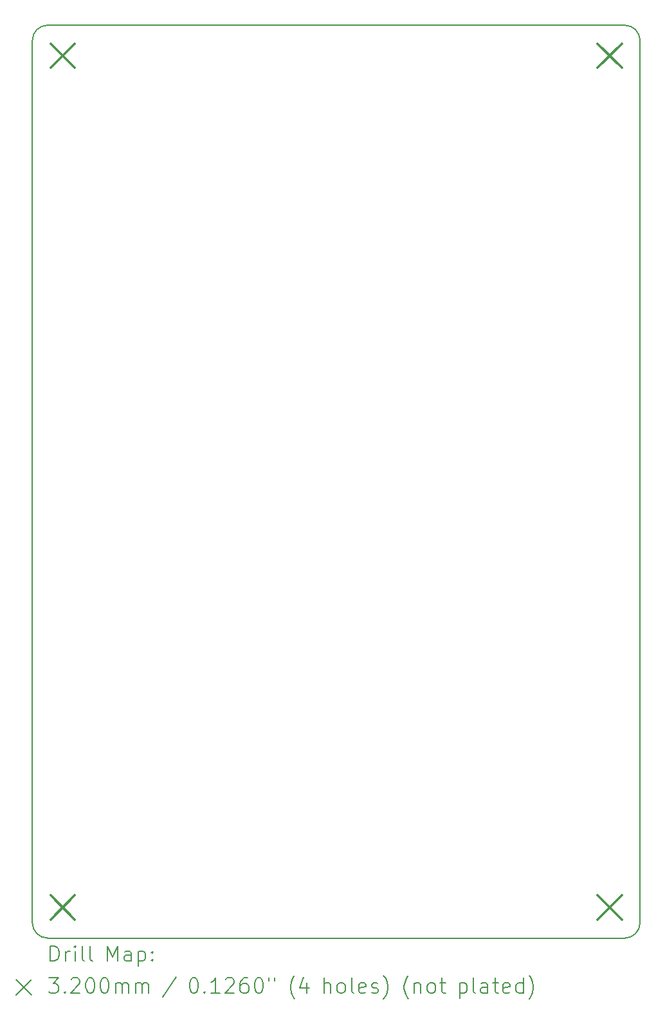
<source format=gbr>
%TF.GenerationSoftware,KiCad,Pcbnew,(7.0.0)*%
%TF.CreationDate,2023-04-22T11:09:56+02:00*%
%TF.ProjectId,PCB KiCad,50434220-4b69-4436-9164-2e6b69636164,rev?*%
%TF.SameCoordinates,Original*%
%TF.FileFunction,Drillmap*%
%TF.FilePolarity,Positive*%
%FSLAX45Y45*%
G04 Gerber Fmt 4.5, Leading zero omitted, Abs format (unit mm)*
G04 Created by KiCad (PCBNEW (7.0.0)) date 2023-04-22 11:09:56*
%MOMM*%
%LPD*%
G01*
G04 APERTURE LIST*
%ADD10C,0.200000*%
%ADD11C,0.320000*%
G04 APERTURE END LIST*
D10*
X4300000Y-3000000D02*
X4300000Y-14600000D01*
X12300000Y-14600000D02*
X12300000Y-3000000D01*
X12100000Y-14800000D02*
G75*
G03*
X12300000Y-14600000I0J200000D01*
G01*
X12300000Y-3000000D02*
G75*
G03*
X12100000Y-2800000I-200000J0D01*
G01*
X4500000Y-2800000D02*
G75*
G03*
X4300000Y-3000000I0J-200000D01*
G01*
X4500000Y-14800000D02*
X12100000Y-14800000D01*
X4300000Y-14600000D02*
G75*
G03*
X4500000Y-14800000I200000J0D01*
G01*
X12100000Y-2800000D02*
X4500000Y-2800000D01*
D11*
X4540000Y-3040000D02*
X4860000Y-3360000D01*
X4860000Y-3040000D02*
X4540000Y-3360000D01*
X4540000Y-14240000D02*
X4860000Y-14560000D01*
X4860000Y-14240000D02*
X4540000Y-14560000D01*
X11740000Y-3040000D02*
X12060000Y-3360000D01*
X12060000Y-3040000D02*
X11740000Y-3360000D01*
X11740000Y-14240000D02*
X12060000Y-14560000D01*
X12060000Y-14240000D02*
X11740000Y-14560000D01*
D10*
X4537619Y-15103476D02*
X4537619Y-14903476D01*
X4537619Y-14903476D02*
X4585238Y-14903476D01*
X4585238Y-14903476D02*
X4613810Y-14913000D01*
X4613810Y-14913000D02*
X4632857Y-14932048D01*
X4632857Y-14932048D02*
X4642381Y-14951095D01*
X4642381Y-14951095D02*
X4651905Y-14989190D01*
X4651905Y-14989190D02*
X4651905Y-15017762D01*
X4651905Y-15017762D02*
X4642381Y-15055857D01*
X4642381Y-15055857D02*
X4632857Y-15074905D01*
X4632857Y-15074905D02*
X4613810Y-15093952D01*
X4613810Y-15093952D02*
X4585238Y-15103476D01*
X4585238Y-15103476D02*
X4537619Y-15103476D01*
X4737619Y-15103476D02*
X4737619Y-14970143D01*
X4737619Y-15008238D02*
X4747143Y-14989190D01*
X4747143Y-14989190D02*
X4756667Y-14979667D01*
X4756667Y-14979667D02*
X4775714Y-14970143D01*
X4775714Y-14970143D02*
X4794762Y-14970143D01*
X4861429Y-15103476D02*
X4861429Y-14970143D01*
X4861429Y-14903476D02*
X4851905Y-14913000D01*
X4851905Y-14913000D02*
X4861429Y-14922524D01*
X4861429Y-14922524D02*
X4870952Y-14913000D01*
X4870952Y-14913000D02*
X4861429Y-14903476D01*
X4861429Y-14903476D02*
X4861429Y-14922524D01*
X4985238Y-15103476D02*
X4966191Y-15093952D01*
X4966191Y-15093952D02*
X4956667Y-15074905D01*
X4956667Y-15074905D02*
X4956667Y-14903476D01*
X5090000Y-15103476D02*
X5070952Y-15093952D01*
X5070952Y-15093952D02*
X5061429Y-15074905D01*
X5061429Y-15074905D02*
X5061429Y-14903476D01*
X5286191Y-15103476D02*
X5286191Y-14903476D01*
X5286191Y-14903476D02*
X5352857Y-15046333D01*
X5352857Y-15046333D02*
X5419524Y-14903476D01*
X5419524Y-14903476D02*
X5419524Y-15103476D01*
X5600476Y-15103476D02*
X5600476Y-14998714D01*
X5600476Y-14998714D02*
X5590952Y-14979667D01*
X5590952Y-14979667D02*
X5571905Y-14970143D01*
X5571905Y-14970143D02*
X5533810Y-14970143D01*
X5533810Y-14970143D02*
X5514762Y-14979667D01*
X5600476Y-15093952D02*
X5581429Y-15103476D01*
X5581429Y-15103476D02*
X5533810Y-15103476D01*
X5533810Y-15103476D02*
X5514762Y-15093952D01*
X5514762Y-15093952D02*
X5505238Y-15074905D01*
X5505238Y-15074905D02*
X5505238Y-15055857D01*
X5505238Y-15055857D02*
X5514762Y-15036810D01*
X5514762Y-15036810D02*
X5533810Y-15027286D01*
X5533810Y-15027286D02*
X5581429Y-15027286D01*
X5581429Y-15027286D02*
X5600476Y-15017762D01*
X5695714Y-14970143D02*
X5695714Y-15170143D01*
X5695714Y-14979667D02*
X5714762Y-14970143D01*
X5714762Y-14970143D02*
X5752857Y-14970143D01*
X5752857Y-14970143D02*
X5771905Y-14979667D01*
X5771905Y-14979667D02*
X5781429Y-14989190D01*
X5781429Y-14989190D02*
X5790952Y-15008238D01*
X5790952Y-15008238D02*
X5790952Y-15065381D01*
X5790952Y-15065381D02*
X5781429Y-15084429D01*
X5781429Y-15084429D02*
X5771905Y-15093952D01*
X5771905Y-15093952D02*
X5752857Y-15103476D01*
X5752857Y-15103476D02*
X5714762Y-15103476D01*
X5714762Y-15103476D02*
X5695714Y-15093952D01*
X5876667Y-15084429D02*
X5886190Y-15093952D01*
X5886190Y-15093952D02*
X5876667Y-15103476D01*
X5876667Y-15103476D02*
X5867143Y-15093952D01*
X5867143Y-15093952D02*
X5876667Y-15084429D01*
X5876667Y-15084429D02*
X5876667Y-15103476D01*
X5876667Y-14979667D02*
X5886190Y-14989190D01*
X5886190Y-14989190D02*
X5876667Y-14998714D01*
X5876667Y-14998714D02*
X5867143Y-14989190D01*
X5867143Y-14989190D02*
X5876667Y-14979667D01*
X5876667Y-14979667D02*
X5876667Y-14998714D01*
X4090000Y-15350000D02*
X4290000Y-15550000D01*
X4290000Y-15350000D02*
X4090000Y-15550000D01*
X4518572Y-15323476D02*
X4642381Y-15323476D01*
X4642381Y-15323476D02*
X4575714Y-15399667D01*
X4575714Y-15399667D02*
X4604286Y-15399667D01*
X4604286Y-15399667D02*
X4623333Y-15409190D01*
X4623333Y-15409190D02*
X4632857Y-15418714D01*
X4632857Y-15418714D02*
X4642381Y-15437762D01*
X4642381Y-15437762D02*
X4642381Y-15485381D01*
X4642381Y-15485381D02*
X4632857Y-15504429D01*
X4632857Y-15504429D02*
X4623333Y-15513952D01*
X4623333Y-15513952D02*
X4604286Y-15523476D01*
X4604286Y-15523476D02*
X4547143Y-15523476D01*
X4547143Y-15523476D02*
X4528095Y-15513952D01*
X4528095Y-15513952D02*
X4518572Y-15504429D01*
X4728095Y-15504429D02*
X4737619Y-15513952D01*
X4737619Y-15513952D02*
X4728095Y-15523476D01*
X4728095Y-15523476D02*
X4718572Y-15513952D01*
X4718572Y-15513952D02*
X4728095Y-15504429D01*
X4728095Y-15504429D02*
X4728095Y-15523476D01*
X4813810Y-15342524D02*
X4823333Y-15333000D01*
X4823333Y-15333000D02*
X4842381Y-15323476D01*
X4842381Y-15323476D02*
X4890000Y-15323476D01*
X4890000Y-15323476D02*
X4909048Y-15333000D01*
X4909048Y-15333000D02*
X4918572Y-15342524D01*
X4918572Y-15342524D02*
X4928095Y-15361571D01*
X4928095Y-15361571D02*
X4928095Y-15380619D01*
X4928095Y-15380619D02*
X4918572Y-15409190D01*
X4918572Y-15409190D02*
X4804286Y-15523476D01*
X4804286Y-15523476D02*
X4928095Y-15523476D01*
X5051905Y-15323476D02*
X5070953Y-15323476D01*
X5070953Y-15323476D02*
X5090000Y-15333000D01*
X5090000Y-15333000D02*
X5099524Y-15342524D01*
X5099524Y-15342524D02*
X5109048Y-15361571D01*
X5109048Y-15361571D02*
X5118572Y-15399667D01*
X5118572Y-15399667D02*
X5118572Y-15447286D01*
X5118572Y-15447286D02*
X5109048Y-15485381D01*
X5109048Y-15485381D02*
X5099524Y-15504429D01*
X5099524Y-15504429D02*
X5090000Y-15513952D01*
X5090000Y-15513952D02*
X5070953Y-15523476D01*
X5070953Y-15523476D02*
X5051905Y-15523476D01*
X5051905Y-15523476D02*
X5032857Y-15513952D01*
X5032857Y-15513952D02*
X5023333Y-15504429D01*
X5023333Y-15504429D02*
X5013810Y-15485381D01*
X5013810Y-15485381D02*
X5004286Y-15447286D01*
X5004286Y-15447286D02*
X5004286Y-15399667D01*
X5004286Y-15399667D02*
X5013810Y-15361571D01*
X5013810Y-15361571D02*
X5023333Y-15342524D01*
X5023333Y-15342524D02*
X5032857Y-15333000D01*
X5032857Y-15333000D02*
X5051905Y-15323476D01*
X5242381Y-15323476D02*
X5261429Y-15323476D01*
X5261429Y-15323476D02*
X5280476Y-15333000D01*
X5280476Y-15333000D02*
X5290000Y-15342524D01*
X5290000Y-15342524D02*
X5299524Y-15361571D01*
X5299524Y-15361571D02*
X5309048Y-15399667D01*
X5309048Y-15399667D02*
X5309048Y-15447286D01*
X5309048Y-15447286D02*
X5299524Y-15485381D01*
X5299524Y-15485381D02*
X5290000Y-15504429D01*
X5290000Y-15504429D02*
X5280476Y-15513952D01*
X5280476Y-15513952D02*
X5261429Y-15523476D01*
X5261429Y-15523476D02*
X5242381Y-15523476D01*
X5242381Y-15523476D02*
X5223333Y-15513952D01*
X5223333Y-15513952D02*
X5213810Y-15504429D01*
X5213810Y-15504429D02*
X5204286Y-15485381D01*
X5204286Y-15485381D02*
X5194762Y-15447286D01*
X5194762Y-15447286D02*
X5194762Y-15399667D01*
X5194762Y-15399667D02*
X5204286Y-15361571D01*
X5204286Y-15361571D02*
X5213810Y-15342524D01*
X5213810Y-15342524D02*
X5223333Y-15333000D01*
X5223333Y-15333000D02*
X5242381Y-15323476D01*
X5394762Y-15523476D02*
X5394762Y-15390143D01*
X5394762Y-15409190D02*
X5404286Y-15399667D01*
X5404286Y-15399667D02*
X5423333Y-15390143D01*
X5423333Y-15390143D02*
X5451905Y-15390143D01*
X5451905Y-15390143D02*
X5470953Y-15399667D01*
X5470953Y-15399667D02*
X5480476Y-15418714D01*
X5480476Y-15418714D02*
X5480476Y-15523476D01*
X5480476Y-15418714D02*
X5490000Y-15399667D01*
X5490000Y-15399667D02*
X5509048Y-15390143D01*
X5509048Y-15390143D02*
X5537619Y-15390143D01*
X5537619Y-15390143D02*
X5556667Y-15399667D01*
X5556667Y-15399667D02*
X5566191Y-15418714D01*
X5566191Y-15418714D02*
X5566191Y-15523476D01*
X5661429Y-15523476D02*
X5661429Y-15390143D01*
X5661429Y-15409190D02*
X5670952Y-15399667D01*
X5670952Y-15399667D02*
X5690000Y-15390143D01*
X5690000Y-15390143D02*
X5718572Y-15390143D01*
X5718572Y-15390143D02*
X5737619Y-15399667D01*
X5737619Y-15399667D02*
X5747143Y-15418714D01*
X5747143Y-15418714D02*
X5747143Y-15523476D01*
X5747143Y-15418714D02*
X5756667Y-15399667D01*
X5756667Y-15399667D02*
X5775714Y-15390143D01*
X5775714Y-15390143D02*
X5804286Y-15390143D01*
X5804286Y-15390143D02*
X5823333Y-15399667D01*
X5823333Y-15399667D02*
X5832857Y-15418714D01*
X5832857Y-15418714D02*
X5832857Y-15523476D01*
X6190952Y-15313952D02*
X6019524Y-15571095D01*
X6415714Y-15323476D02*
X6434762Y-15323476D01*
X6434762Y-15323476D02*
X6453810Y-15333000D01*
X6453810Y-15333000D02*
X6463333Y-15342524D01*
X6463333Y-15342524D02*
X6472857Y-15361571D01*
X6472857Y-15361571D02*
X6482381Y-15399667D01*
X6482381Y-15399667D02*
X6482381Y-15447286D01*
X6482381Y-15447286D02*
X6472857Y-15485381D01*
X6472857Y-15485381D02*
X6463333Y-15504429D01*
X6463333Y-15504429D02*
X6453810Y-15513952D01*
X6453810Y-15513952D02*
X6434762Y-15523476D01*
X6434762Y-15523476D02*
X6415714Y-15523476D01*
X6415714Y-15523476D02*
X6396667Y-15513952D01*
X6396667Y-15513952D02*
X6387143Y-15504429D01*
X6387143Y-15504429D02*
X6377619Y-15485381D01*
X6377619Y-15485381D02*
X6368095Y-15447286D01*
X6368095Y-15447286D02*
X6368095Y-15399667D01*
X6368095Y-15399667D02*
X6377619Y-15361571D01*
X6377619Y-15361571D02*
X6387143Y-15342524D01*
X6387143Y-15342524D02*
X6396667Y-15333000D01*
X6396667Y-15333000D02*
X6415714Y-15323476D01*
X6568095Y-15504429D02*
X6577619Y-15513952D01*
X6577619Y-15513952D02*
X6568095Y-15523476D01*
X6568095Y-15523476D02*
X6558572Y-15513952D01*
X6558572Y-15513952D02*
X6568095Y-15504429D01*
X6568095Y-15504429D02*
X6568095Y-15523476D01*
X6768095Y-15523476D02*
X6653810Y-15523476D01*
X6710952Y-15523476D02*
X6710952Y-15323476D01*
X6710952Y-15323476D02*
X6691905Y-15352048D01*
X6691905Y-15352048D02*
X6672857Y-15371095D01*
X6672857Y-15371095D02*
X6653810Y-15380619D01*
X6844286Y-15342524D02*
X6853810Y-15333000D01*
X6853810Y-15333000D02*
X6872857Y-15323476D01*
X6872857Y-15323476D02*
X6920476Y-15323476D01*
X6920476Y-15323476D02*
X6939524Y-15333000D01*
X6939524Y-15333000D02*
X6949048Y-15342524D01*
X6949048Y-15342524D02*
X6958572Y-15361571D01*
X6958572Y-15361571D02*
X6958572Y-15380619D01*
X6958572Y-15380619D02*
X6949048Y-15409190D01*
X6949048Y-15409190D02*
X6834762Y-15523476D01*
X6834762Y-15523476D02*
X6958572Y-15523476D01*
X7130000Y-15323476D02*
X7091905Y-15323476D01*
X7091905Y-15323476D02*
X7072857Y-15333000D01*
X7072857Y-15333000D02*
X7063333Y-15342524D01*
X7063333Y-15342524D02*
X7044286Y-15371095D01*
X7044286Y-15371095D02*
X7034762Y-15409190D01*
X7034762Y-15409190D02*
X7034762Y-15485381D01*
X7034762Y-15485381D02*
X7044286Y-15504429D01*
X7044286Y-15504429D02*
X7053810Y-15513952D01*
X7053810Y-15513952D02*
X7072857Y-15523476D01*
X7072857Y-15523476D02*
X7110953Y-15523476D01*
X7110953Y-15523476D02*
X7130000Y-15513952D01*
X7130000Y-15513952D02*
X7139524Y-15504429D01*
X7139524Y-15504429D02*
X7149048Y-15485381D01*
X7149048Y-15485381D02*
X7149048Y-15437762D01*
X7149048Y-15437762D02*
X7139524Y-15418714D01*
X7139524Y-15418714D02*
X7130000Y-15409190D01*
X7130000Y-15409190D02*
X7110953Y-15399667D01*
X7110953Y-15399667D02*
X7072857Y-15399667D01*
X7072857Y-15399667D02*
X7053810Y-15409190D01*
X7053810Y-15409190D02*
X7044286Y-15418714D01*
X7044286Y-15418714D02*
X7034762Y-15437762D01*
X7272857Y-15323476D02*
X7291905Y-15323476D01*
X7291905Y-15323476D02*
X7310953Y-15333000D01*
X7310953Y-15333000D02*
X7320476Y-15342524D01*
X7320476Y-15342524D02*
X7330000Y-15361571D01*
X7330000Y-15361571D02*
X7339524Y-15399667D01*
X7339524Y-15399667D02*
X7339524Y-15447286D01*
X7339524Y-15447286D02*
X7330000Y-15485381D01*
X7330000Y-15485381D02*
X7320476Y-15504429D01*
X7320476Y-15504429D02*
X7310953Y-15513952D01*
X7310953Y-15513952D02*
X7291905Y-15523476D01*
X7291905Y-15523476D02*
X7272857Y-15523476D01*
X7272857Y-15523476D02*
X7253810Y-15513952D01*
X7253810Y-15513952D02*
X7244286Y-15504429D01*
X7244286Y-15504429D02*
X7234762Y-15485381D01*
X7234762Y-15485381D02*
X7225238Y-15447286D01*
X7225238Y-15447286D02*
X7225238Y-15399667D01*
X7225238Y-15399667D02*
X7234762Y-15361571D01*
X7234762Y-15361571D02*
X7244286Y-15342524D01*
X7244286Y-15342524D02*
X7253810Y-15333000D01*
X7253810Y-15333000D02*
X7272857Y-15323476D01*
X7415714Y-15323476D02*
X7415714Y-15361571D01*
X7491905Y-15323476D02*
X7491905Y-15361571D01*
X7754762Y-15599667D02*
X7745238Y-15590143D01*
X7745238Y-15590143D02*
X7726191Y-15561571D01*
X7726191Y-15561571D02*
X7716667Y-15542524D01*
X7716667Y-15542524D02*
X7707143Y-15513952D01*
X7707143Y-15513952D02*
X7697619Y-15466333D01*
X7697619Y-15466333D02*
X7697619Y-15428238D01*
X7697619Y-15428238D02*
X7707143Y-15380619D01*
X7707143Y-15380619D02*
X7716667Y-15352048D01*
X7716667Y-15352048D02*
X7726191Y-15333000D01*
X7726191Y-15333000D02*
X7745238Y-15304429D01*
X7745238Y-15304429D02*
X7754762Y-15294905D01*
X7916667Y-15390143D02*
X7916667Y-15523476D01*
X7869048Y-15313952D02*
X7821429Y-15456810D01*
X7821429Y-15456810D02*
X7945238Y-15456810D01*
X8141429Y-15523476D02*
X8141429Y-15323476D01*
X8227143Y-15523476D02*
X8227143Y-15418714D01*
X8227143Y-15418714D02*
X8217619Y-15399667D01*
X8217619Y-15399667D02*
X8198572Y-15390143D01*
X8198572Y-15390143D02*
X8170000Y-15390143D01*
X8170000Y-15390143D02*
X8150953Y-15399667D01*
X8150953Y-15399667D02*
X8141429Y-15409190D01*
X8350953Y-15523476D02*
X8331905Y-15513952D01*
X8331905Y-15513952D02*
X8322381Y-15504429D01*
X8322381Y-15504429D02*
X8312857Y-15485381D01*
X8312857Y-15485381D02*
X8312857Y-15428238D01*
X8312857Y-15428238D02*
X8322381Y-15409190D01*
X8322381Y-15409190D02*
X8331905Y-15399667D01*
X8331905Y-15399667D02*
X8350953Y-15390143D01*
X8350953Y-15390143D02*
X8379524Y-15390143D01*
X8379524Y-15390143D02*
X8398572Y-15399667D01*
X8398572Y-15399667D02*
X8408096Y-15409190D01*
X8408096Y-15409190D02*
X8417619Y-15428238D01*
X8417619Y-15428238D02*
X8417619Y-15485381D01*
X8417619Y-15485381D02*
X8408096Y-15504429D01*
X8408096Y-15504429D02*
X8398572Y-15513952D01*
X8398572Y-15513952D02*
X8379524Y-15523476D01*
X8379524Y-15523476D02*
X8350953Y-15523476D01*
X8531905Y-15523476D02*
X8512857Y-15513952D01*
X8512857Y-15513952D02*
X8503334Y-15494905D01*
X8503334Y-15494905D02*
X8503334Y-15323476D01*
X8684286Y-15513952D02*
X8665238Y-15523476D01*
X8665238Y-15523476D02*
X8627143Y-15523476D01*
X8627143Y-15523476D02*
X8608096Y-15513952D01*
X8608096Y-15513952D02*
X8598572Y-15494905D01*
X8598572Y-15494905D02*
X8598572Y-15418714D01*
X8598572Y-15418714D02*
X8608096Y-15399667D01*
X8608096Y-15399667D02*
X8627143Y-15390143D01*
X8627143Y-15390143D02*
X8665238Y-15390143D01*
X8665238Y-15390143D02*
X8684286Y-15399667D01*
X8684286Y-15399667D02*
X8693810Y-15418714D01*
X8693810Y-15418714D02*
X8693810Y-15437762D01*
X8693810Y-15437762D02*
X8598572Y-15456810D01*
X8770000Y-15513952D02*
X8789048Y-15523476D01*
X8789048Y-15523476D02*
X8827143Y-15523476D01*
X8827143Y-15523476D02*
X8846191Y-15513952D01*
X8846191Y-15513952D02*
X8855715Y-15494905D01*
X8855715Y-15494905D02*
X8855715Y-15485381D01*
X8855715Y-15485381D02*
X8846191Y-15466333D01*
X8846191Y-15466333D02*
X8827143Y-15456810D01*
X8827143Y-15456810D02*
X8798572Y-15456810D01*
X8798572Y-15456810D02*
X8779524Y-15447286D01*
X8779524Y-15447286D02*
X8770000Y-15428238D01*
X8770000Y-15428238D02*
X8770000Y-15418714D01*
X8770000Y-15418714D02*
X8779524Y-15399667D01*
X8779524Y-15399667D02*
X8798572Y-15390143D01*
X8798572Y-15390143D02*
X8827143Y-15390143D01*
X8827143Y-15390143D02*
X8846191Y-15399667D01*
X8922381Y-15599667D02*
X8931905Y-15590143D01*
X8931905Y-15590143D02*
X8950953Y-15561571D01*
X8950953Y-15561571D02*
X8960477Y-15542524D01*
X8960477Y-15542524D02*
X8970000Y-15513952D01*
X8970000Y-15513952D02*
X8979524Y-15466333D01*
X8979524Y-15466333D02*
X8979524Y-15428238D01*
X8979524Y-15428238D02*
X8970000Y-15380619D01*
X8970000Y-15380619D02*
X8960477Y-15352048D01*
X8960477Y-15352048D02*
X8950953Y-15333000D01*
X8950953Y-15333000D02*
X8931905Y-15304429D01*
X8931905Y-15304429D02*
X8922381Y-15294905D01*
X9251905Y-15599667D02*
X9242381Y-15590143D01*
X9242381Y-15590143D02*
X9223334Y-15561571D01*
X9223334Y-15561571D02*
X9213810Y-15542524D01*
X9213810Y-15542524D02*
X9204286Y-15513952D01*
X9204286Y-15513952D02*
X9194762Y-15466333D01*
X9194762Y-15466333D02*
X9194762Y-15428238D01*
X9194762Y-15428238D02*
X9204286Y-15380619D01*
X9204286Y-15380619D02*
X9213810Y-15352048D01*
X9213810Y-15352048D02*
X9223334Y-15333000D01*
X9223334Y-15333000D02*
X9242381Y-15304429D01*
X9242381Y-15304429D02*
X9251905Y-15294905D01*
X9328096Y-15390143D02*
X9328096Y-15523476D01*
X9328096Y-15409190D02*
X9337619Y-15399667D01*
X9337619Y-15399667D02*
X9356667Y-15390143D01*
X9356667Y-15390143D02*
X9385238Y-15390143D01*
X9385238Y-15390143D02*
X9404286Y-15399667D01*
X9404286Y-15399667D02*
X9413810Y-15418714D01*
X9413810Y-15418714D02*
X9413810Y-15523476D01*
X9537619Y-15523476D02*
X9518572Y-15513952D01*
X9518572Y-15513952D02*
X9509048Y-15504429D01*
X9509048Y-15504429D02*
X9499524Y-15485381D01*
X9499524Y-15485381D02*
X9499524Y-15428238D01*
X9499524Y-15428238D02*
X9509048Y-15409190D01*
X9509048Y-15409190D02*
X9518572Y-15399667D01*
X9518572Y-15399667D02*
X9537619Y-15390143D01*
X9537619Y-15390143D02*
X9566191Y-15390143D01*
X9566191Y-15390143D02*
X9585238Y-15399667D01*
X9585238Y-15399667D02*
X9594762Y-15409190D01*
X9594762Y-15409190D02*
X9604286Y-15428238D01*
X9604286Y-15428238D02*
X9604286Y-15485381D01*
X9604286Y-15485381D02*
X9594762Y-15504429D01*
X9594762Y-15504429D02*
X9585238Y-15513952D01*
X9585238Y-15513952D02*
X9566191Y-15523476D01*
X9566191Y-15523476D02*
X9537619Y-15523476D01*
X9661429Y-15390143D02*
X9737619Y-15390143D01*
X9690000Y-15323476D02*
X9690000Y-15494905D01*
X9690000Y-15494905D02*
X9699524Y-15513952D01*
X9699524Y-15513952D02*
X9718572Y-15523476D01*
X9718572Y-15523476D02*
X9737619Y-15523476D01*
X9924286Y-15390143D02*
X9924286Y-15590143D01*
X9924286Y-15399667D02*
X9943334Y-15390143D01*
X9943334Y-15390143D02*
X9981429Y-15390143D01*
X9981429Y-15390143D02*
X10000477Y-15399667D01*
X10000477Y-15399667D02*
X10010000Y-15409190D01*
X10010000Y-15409190D02*
X10019524Y-15428238D01*
X10019524Y-15428238D02*
X10019524Y-15485381D01*
X10019524Y-15485381D02*
X10010000Y-15504429D01*
X10010000Y-15504429D02*
X10000477Y-15513952D01*
X10000477Y-15513952D02*
X9981429Y-15523476D01*
X9981429Y-15523476D02*
X9943334Y-15523476D01*
X9943334Y-15523476D02*
X9924286Y-15513952D01*
X10133810Y-15523476D02*
X10114762Y-15513952D01*
X10114762Y-15513952D02*
X10105238Y-15494905D01*
X10105238Y-15494905D02*
X10105238Y-15323476D01*
X10295715Y-15523476D02*
X10295715Y-15418714D01*
X10295715Y-15418714D02*
X10286191Y-15399667D01*
X10286191Y-15399667D02*
X10267143Y-15390143D01*
X10267143Y-15390143D02*
X10229048Y-15390143D01*
X10229048Y-15390143D02*
X10210000Y-15399667D01*
X10295715Y-15513952D02*
X10276667Y-15523476D01*
X10276667Y-15523476D02*
X10229048Y-15523476D01*
X10229048Y-15523476D02*
X10210000Y-15513952D01*
X10210000Y-15513952D02*
X10200477Y-15494905D01*
X10200477Y-15494905D02*
X10200477Y-15475857D01*
X10200477Y-15475857D02*
X10210000Y-15456810D01*
X10210000Y-15456810D02*
X10229048Y-15447286D01*
X10229048Y-15447286D02*
X10276667Y-15447286D01*
X10276667Y-15447286D02*
X10295715Y-15437762D01*
X10362381Y-15390143D02*
X10438572Y-15390143D01*
X10390953Y-15323476D02*
X10390953Y-15494905D01*
X10390953Y-15494905D02*
X10400477Y-15513952D01*
X10400477Y-15513952D02*
X10419524Y-15523476D01*
X10419524Y-15523476D02*
X10438572Y-15523476D01*
X10581429Y-15513952D02*
X10562381Y-15523476D01*
X10562381Y-15523476D02*
X10524286Y-15523476D01*
X10524286Y-15523476D02*
X10505238Y-15513952D01*
X10505238Y-15513952D02*
X10495715Y-15494905D01*
X10495715Y-15494905D02*
X10495715Y-15418714D01*
X10495715Y-15418714D02*
X10505238Y-15399667D01*
X10505238Y-15399667D02*
X10524286Y-15390143D01*
X10524286Y-15390143D02*
X10562381Y-15390143D01*
X10562381Y-15390143D02*
X10581429Y-15399667D01*
X10581429Y-15399667D02*
X10590953Y-15418714D01*
X10590953Y-15418714D02*
X10590953Y-15437762D01*
X10590953Y-15437762D02*
X10495715Y-15456810D01*
X10762381Y-15523476D02*
X10762381Y-15323476D01*
X10762381Y-15513952D02*
X10743334Y-15523476D01*
X10743334Y-15523476D02*
X10705238Y-15523476D01*
X10705238Y-15523476D02*
X10686191Y-15513952D01*
X10686191Y-15513952D02*
X10676667Y-15504429D01*
X10676667Y-15504429D02*
X10667143Y-15485381D01*
X10667143Y-15485381D02*
X10667143Y-15428238D01*
X10667143Y-15428238D02*
X10676667Y-15409190D01*
X10676667Y-15409190D02*
X10686191Y-15399667D01*
X10686191Y-15399667D02*
X10705238Y-15390143D01*
X10705238Y-15390143D02*
X10743334Y-15390143D01*
X10743334Y-15390143D02*
X10762381Y-15399667D01*
X10838572Y-15599667D02*
X10848096Y-15590143D01*
X10848096Y-15590143D02*
X10867143Y-15561571D01*
X10867143Y-15561571D02*
X10876667Y-15542524D01*
X10876667Y-15542524D02*
X10886191Y-15513952D01*
X10886191Y-15513952D02*
X10895715Y-15466333D01*
X10895715Y-15466333D02*
X10895715Y-15428238D01*
X10895715Y-15428238D02*
X10886191Y-15380619D01*
X10886191Y-15380619D02*
X10876667Y-15352048D01*
X10876667Y-15352048D02*
X10867143Y-15333000D01*
X10867143Y-15333000D02*
X10848096Y-15304429D01*
X10848096Y-15304429D02*
X10838572Y-15294905D01*
M02*

</source>
